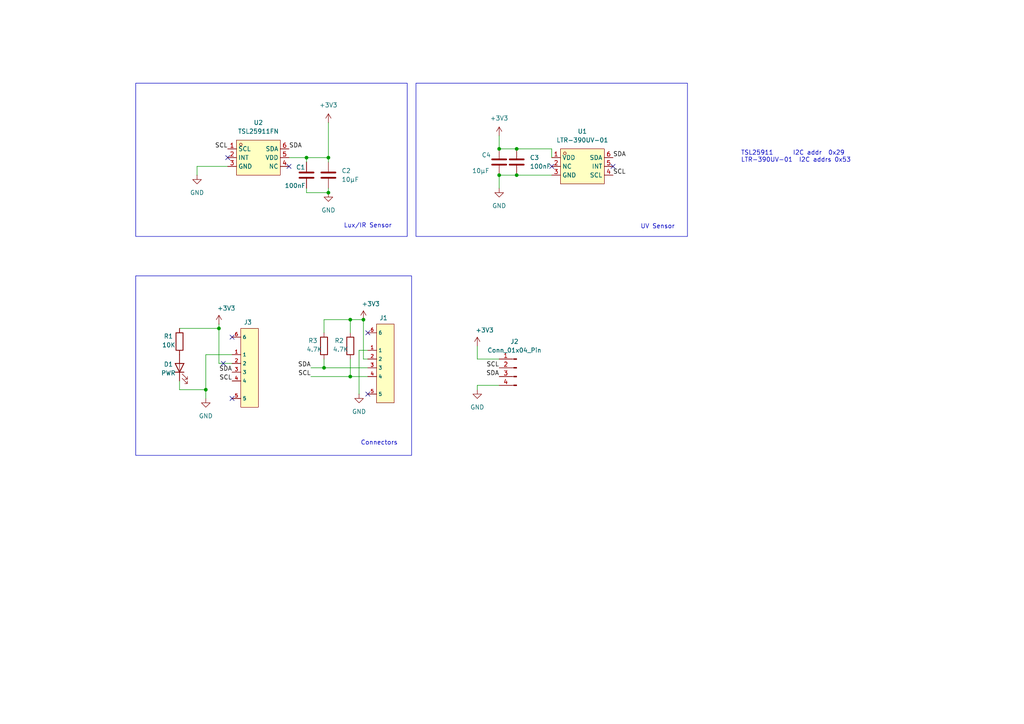
<source format=kicad_sch>
(kicad_sch (version 20250114) (generator "eeschema") (generator_version "9.0")
  (paper "A4")
  (title_block (title "LIght - LTR-390UV") (date "2025-04-14") (rev "0.1.0") (company "PDX Hackerspace") (comment 1 "John Romkey"))
  (lib_symbols
    (symbol "Connector:Conn_01x04_Pin" (pin_names (offset 1.016) (hide yes))
      (property "Reference" "J" (at 0 5.08 0))
      (property "Value" "Conn_01x04_Pin" (at 0 -7.62 0))
      (symbol "Conn_01x04_Pin_1_1"
        (rectangle (start 0.8636 2.667) (end 0 2.413) (stroke (width 0.1524)) (fill (type outline)))
        (rectangle (start 0.8636 0.127) (end 0 -0.127) (stroke (width 0.1524)) (fill (type outline)))
        (rectangle (start 0.8636 -2.413) (end 0 -2.667) (stroke (width 0.1524)) (fill (type outline)))
        (rectangle (start 0.8636 -4.953) (end 0 -5.207) (stroke (width 0.1524)) (fill (type outline)))
        (polyline (pts (xy 1.27 2.54) (xy 0.8636 2.54)) (stroke (width 0.1524)))
        (polyline (pts (xy 1.27 0) (xy 0.8636 0)) (stroke (width 0.1524)))
        (polyline (pts (xy 1.27 -2.54) (xy 0.8636 -2.54)) (stroke (width 0.1524)))
        (polyline (pts (xy 1.27 -5.08) (xy 0.8636 -5.08)) (stroke (width 0.1524)))
        (pin passive line (at 5.08 2.54 180) (length 3.81) (name "Pin_1") (number "1"))
        (pin passive line (at 5.08 0 180) (length 3.81) (name "Pin_2") (number "2"))
        (pin passive line (at 5.08 -2.54 180) (length 3.81) (name "Pin_3") (number "3"))
        (pin passive line (at 5.08 -5.08 180) (length 3.81) (name "Pin_4") (number "4"))
      )
    )
    (symbol "Device:C" (pin_numbers (hide yes)) (pin_names (offset 0.254))
      (property "Reference" "C" (at 0.635 2.54 0))
      (property "Value" "C" (at 0.635 -2.54 0))
      (symbol "C_0_1"
        (polyline (pts (xy -2.032 0.762) (xy 2.032 0.762)) (stroke (width 0.508)))
        (polyline (pts (xy -2.032 -0.762) (xy 2.032 -0.762)) (stroke (width 0.508)))
      )
      (symbol "C_1_1"
        (pin passive line (at 0 3.81 270) (length 2.794) (name "~") (number "1"))
        (pin passive line (at 0 -3.81 90) (length 2.794) (name "~") (number "2"))
      )
    )
    (symbol "Device:LED" (pin_numbers (hide yes)) (pin_names (offset 1.016) (hide yes))
      (property "Reference" "D" (at 0 2.54 0))
      (property "Value" "LED" (at 0 -2.54 0))
      (symbol "LED_0_1"
        (polyline (pts (xy -3.048 -0.762) (xy -4.572 -2.286) (xy -3.81 -2.286) (xy -4.572 -2.286) (xy -4.572 -1.524)))
        (polyline (pts (xy -1.778 -0.762) (xy -3.302 -2.286) (xy -2.54 -2.286) (xy -3.302 -2.286) (xy -3.302 -1.524)))
        (polyline (pts (xy -1.27 0) (xy 1.27 0)))
        (polyline (pts (xy -1.27 -1.27) (xy -1.27 1.27)) (stroke (width 0.254)))
        (polyline (pts (xy 1.27 -1.27) (xy 1.27 1.27) (xy -1.27 0) (xy 1.27 -1.27)) (stroke (width 0.254)))
      )
      (symbol "LED_1_1"
        (pin passive line (at -3.81 0 0) (length 2.54) (name "K") (number "1"))
        (pin passive line (at 3.81 0 180) (length 2.54) (name "A") (number "2"))
      )
    )
    (symbol "Device:R" (pin_numbers (hide yes)) (pin_names (offset 0))
      (property "Reference" "R" (at 2.032 0 90))
      (property "Value" "R" (at 0 0 90))
      (symbol "R_0_1"
        (rectangle (start -1.016 -2.54) (end 1.016 2.54) (stroke (width 0.254)))
      )
      (symbol "R_1_1"
        (pin passive line (at 0 3.81 270) (length 1.27) (name "~") (number "1"))
        (pin passive line (at 0 -3.81 90) (length 1.27) (name "~") (number "2"))
      )
    )
    (symbol "EasyEDA:LTR-390UV-01"
      (property "Reference" "U" (at 0 7.62 0))
      (property "Value" "LTR-390UV-01" (at 0 -7.62 0))
      (symbol "LTR-390UV-01_0_1"
        (rectangle (start -6.35 5.08) (end 6.35 -5.08) (fill (type background)))
        (circle (center -5.08 3.81) (radius 0.38))
        (pin unspecified line (at -8.89 2.54 0) (length 2.54) (name "VDD") (number "1"))
        (pin unspecified line (at -8.89 0 0) (length 2.54) (name "NC") (number "2"))
        (pin unspecified line (at -8.89 -2.54 0) (length 2.54) (name "GND") (number "3"))
        (pin unspecified line (at 8.89 2.54 180) (length 2.54) (name "SDA") (number "6"))
        (pin unspecified line (at 8.89 0 180) (length 2.54) (name "INT") (number "5"))
        (pin unspecified line (at 8.89 -2.54 180) (length 2.54) (name "SCL") (number "4"))
      )
    )
    (symbol "EasyEDA:TSL25911FN"
      (property "Reference" "U" (at 0 7.62 0))
      (property "Value" "TSL25911FN" (at 0 -7.62 0))
      (symbol "TSL25911FN_0_1"
        (rectangle (start -6.35 5.08) (end 6.35 -5.08) (fill (type background)))
        (circle (center -5.08 3.81) (radius 0.38))
        (pin unspecified line (at -8.89 2.54 0) (length 2.54) (name "SCL") (number "1"))
        (pin unspecified line (at -8.89 0 0) (length 2.54) (name "INT") (number "2"))
        (pin unspecified line (at -8.89 -2.54 0) (length 2.54) (name "GND") (number "3"))
        (pin unspecified line (at 8.89 2.54 180) (length 2.54) (name "SDA") (number "6"))
        (pin unspecified line (at 8.89 0 180) (length 2.54) (name "VDD") (number "5"))
        (pin unspecified line (at 8.89 -2.54 180) (length 2.54) (name "NC") (number "4"))
      )
    )
    (symbol "easyeda2kicad.kicad_sym:SM04B-SRSS-TB_(LF)(SN)"
      (property "Reference" "U" (at 0 1.27 0))
      (property "Value" "SM04B-SRSS-TB_(LF)(SN)" (at 0 -2.54 0))
      (symbol "SM04B-SRSS-TB_(LF)(SN)_0_1"
        (rectangle (start -11.43 1.27) (end 11.43 -3.81) (fill (type background)))
        (pin unspecified line (at -8.89 3.81 270) (length 2.54) (name "6") (number "6"))
        (pin unspecified line (at -3.81 3.81 270) (length 2.54) (name "1") (number "1"))
        (pin unspecified line (at -1.27 3.81 270) (length 2.54) (name "2") (number "2"))
        (pin unspecified line (at 1.27 3.81 270) (length 2.54) (name "3") (number "3"))
        (pin unspecified line (at 3.81 3.81 270) (length 2.54) (name "4") (number "4"))
        (pin unspecified line (at 8.89 3.81 270) (length 2.54) (name "5") (number "5"))
      )
    )
    (symbol "power:+3.3V" (power) (pin_numbers (hide yes)) (pin_names (offset 0) (hide yes))
      (property "Value" "+3.3V" (at 0 3.556 0))
      (symbol "+3.3V_0_1"
        (polyline (pts (xy -0.762 1.27) (xy 0 2.54)))
        (polyline (pts (xy 0 2.54) (xy 0.762 1.27)))
        (polyline (pts (xy 0 0) (xy 0 2.54)))
      )
      (symbol "+3.3V_1_1"
        (pin power_in line (at 0 0 90) (length 0) (name "~") (number "1"))
      )
    )
    (symbol "power:+3V3" (power) (pin_numbers (hide yes)) (pin_names (offset 0) (hide yes))
      (property "Value" "+3V3" (at 0 3.556 0))
      (symbol "+3V3_0_1"
        (polyline (pts (xy -0.762 1.27) (xy 0 2.54)))
        (polyline (pts (xy 0 2.54) (xy 0.762 1.27)))
        (polyline (pts (xy 0 0) (xy 0 2.54)))
      )
      (symbol "+3V3_1_1"
        (pin power_in line (at 0 0 90) (length 0) (name "~") (number "1"))
      )
    )
    (symbol "power:GND" (power) (pin_numbers (hide yes)) (pin_names (offset 0) (hide yes))
      (property "Value" "GND" (at 0 -3.81 0))
      (symbol "GND_0_1"
        (polyline (pts (xy 0 0) (xy 0 -1.27) (xy 1.27 -1.27) (xy 0 -2.54) (xy -1.27 -1.27) (xy 0 -1.27)))
      )
      (symbol "GND_1_1"
        (pin power_in line (at 0 0 270) (length 0) (name "~") (number "1"))
      )
    )
  )
  (rectangle (start 39.37 80.01) (end 119.38 132.08))
  (rectangle (start 120.65 24.13) (end 199.39 68.58))
  (rectangle (start 39.37 24.13) (end 118.11 68.58))
  (text "TSL25911      I2C addr  0x29\nLTR-390UV-01  I2C addrs 0x53" (at 214.884 45.466 0) (effects (font (size 1.27 1.27)) (justify left)))
  (text "Connectors" (at 109.982 128.524 0) (effects (font (size 1.27 1.27))))
  (text "UV Sensor" (at 190.754 65.786 0) (effects (font (size 1.27 1.27))))
  (text "Lux/IR Sensor" (at 106.68 65.532 0) (effects (font (size 1.27 1.27))))
  (junction (at 149.86 50.8))
  (junction (at 149.86 43.18))
  (junction (at 101.6 92.71))
  (junction (at 144.78 50.8))
  (junction (at 59.69 113.03))
  (junction (at 93.98 106.68))
  (junction (at 105.41 92.71))
  (junction (at 101.6 109.22))
  (junction (at 88.9 45.72))
  (junction (at 95.25 45.72))
  (junction (at 144.78 43.18))
  (junction (at 63.5 95.25))
  (junction (at 95.25 55.88))
  (no_connect (at 64.77 105.41))
  (no_connect (at 83.82 48.26))
  (no_connect (at 106.68 114.3))
  (no_connect (at 177.8 48.26))
  (no_connect (at 106.68 96.52))
  (no_connect (at 67.31 115.57))
  (no_connect (at 66.04 45.72))
  (no_connect (at 67.31 97.79))
  (no_connect (at 160.02 48.26))
  (wire (pts (xy 83.82 45.72) (xy 88.9 45.72)))
  (wire (pts (xy 101.6 92.71) (xy 105.41 92.71)))
  (wire (pts (xy 93.98 92.71) (xy 101.6 92.71)))
  (wire (pts (xy 90.17 109.22) (xy 101.6 109.22)))
  (wire (pts (xy 144.78 39.37) (xy 144.78 43.18)))
  (wire (pts (xy 67.31 102.87) (xy 59.69 102.87)))
  (wire (pts (xy 88.9 54.61) (xy 88.9 55.88)))
  (wire (pts (xy 101.6 109.22) (xy 106.68 109.22)))
  (wire (pts (xy 59.69 113.03) (xy 52.07 113.03)))
  (wire (pts (xy 95.25 35.56) (xy 95.25 45.72)))
  (wire (pts (xy 52.07 113.03) (xy 52.07 110.49)))
  (wire (pts (xy 138.43 100.33) (xy 138.43 104.14)))
  (wire (pts (xy 144.78 50.8) (xy 149.86 50.8)))
  (wire (pts (xy 101.6 104.14) (xy 101.6 109.22)))
  (wire (pts (xy 104.14 101.6) (xy 104.14 114.3)))
  (wire (pts (xy 93.98 96.52) (xy 93.98 92.71)))
  (wire (pts (xy 149.86 43.18) (xy 160.02 43.18)))
  (wire (pts (xy 88.9 55.88) (xy 95.25 55.88)))
  (wire (pts (xy 144.78 111.76) (xy 138.43 111.76)))
  (wire (pts (xy 95.25 45.72) (xy 95.25 46.99)))
  (wire (pts (xy 105.41 92.71) (xy 105.41 104.14)))
  (wire (pts (xy 63.5 93.98) (xy 63.5 95.25)))
  (wire (pts (xy 106.68 101.6) (xy 104.14 101.6)))
  (wire (pts (xy 88.9 45.72) (xy 88.9 46.99)))
  (wire (pts (xy 93.98 106.68) (xy 106.68 106.68)))
  (wire (pts (xy 66.04 48.26) (xy 57.15 48.26)))
  (wire (pts (xy 160.02 43.18) (xy 160.02 45.72)))
  (wire (pts (xy 88.9 45.72) (xy 95.25 45.72)))
  (wire (pts (xy 90.17 106.68) (xy 93.98 106.68)))
  (wire (pts (xy 59.69 102.87) (xy 59.69 113.03)))
  (wire (pts (xy 52.07 95.25) (xy 63.5 95.25)))
  (wire (pts (xy 138.43 111.76) (xy 138.43 113.03)))
  (wire (pts (xy 63.5 95.25) (xy 63.5 105.41)))
  (wire (pts (xy 59.69 113.03) (xy 59.69 115.57)))
  (wire (pts (xy 138.43 104.14) (xy 144.78 104.14)))
  (wire (pts (xy 95.25 54.61) (xy 95.25 55.88)))
  (wire (pts (xy 144.78 43.18) (xy 149.86 43.18)))
  (wire (pts (xy 106.68 104.14) (xy 105.41 104.14)))
  (wire (pts (xy 149.86 50.8) (xy 160.02 50.8)))
  (wire (pts (xy 67.31 105.41) (xy 63.5 105.41)))
  (wire (pts (xy 144.78 50.8) (xy 144.78 54.61)))
  (wire (pts (xy 93.98 104.14) (xy 93.98 106.68)))
  (wire (pts (xy 57.15 48.26) (xy 57.15 50.8)))
  (wire (pts (xy 101.6 92.71) (xy 101.6 96.52)))
  (label "SCL" (at 67.31 110.49 180))
  (label "SDA" (at 144.78 109.22 180))
  (label "SDA" (at 83.82 43.18 0))
  (label "SCL" (at 144.78 106.68 180))
  (label "SDA" (at 90.17 106.68 180))
  (label "SCL" (at 66.04 43.18 180))
  (label "SDA" (at 177.8 45.72 0))
  (label "SCL" (at 177.8 50.8 0))
  (label "SDA" (at 67.31 107.95 180))
  (label "SCL" (at 90.17 109.22 180))
  (symbol (lib_id "power:+3V3") (at 63.5 93.98 0) (unit 1)
    (property "Reference" "#PWR09" (effects (hide yes)))
    (property "Value" "+3V3" (at 62.992 89.408 0) (effects (justify left)))
    (property "Description" "Power symbol creates a global label with name \"+3V3\"" (effects (hide yes)))
  )
  (symbol (lib_id "power:GND") (at 138.43 113.03 0) (unit 1)
    (property "Reference" "#PWR033" (effects (hide yes)))
    (property "Value" "GND" (at 138.43 118.11 0))
    (property "Description" "Power symbol creates a global label with name \"GND\" , ground" (effects (hide yes)))
  )
  (symbol (lib_id "Device:R") (at 52.07 99.06 0) (unit 1)
    (property "Reference" "R1" (at 47.498 97.536 0) (effects (justify left)))
    (property "Value" "10K" (at 46.99 100.076 0) (effects (justify left)))
    (property "Footprint" "Resistor_SMD:R_0805_2012Metric_Pad1.20x1.40mm_HandSolder" (effects (hide yes)))
    (property "Description" "Resistor" (effects (hide yes)))
    (property "LCSC" "C17414" (effects (hide yes)))
  )
  (symbol (lib_id "Device:R") (at 93.98 100.33 0) (unit 1)
    (property "Reference" "R3" (at 89.408 98.806 0) (effects (justify left)))
    (property "Value" "4.7K" (at 88.9 101.346 0) (effects (justify left)))
    (property "Footprint" "Resistor_SMD:R_0805_2012Metric_Pad1.20x1.40mm_HandSolder" (effects (hide yes)))
    (property "Description" "Resistor" (effects (hide yes)))
    (property "LCSC" "C17673" (effects (hide yes)))
  )
  (symbol (lib_id "power:GND") (at 104.14 114.3 0) (unit 1)
    (property "Reference" "#PWR029" (effects (hide yes)))
    (property "Value" "GND" (at 104.14 119.38 0))
    (property "Description" "Power symbol creates a global label with name \"GND\" , ground" (effects (hide yes)))
  )
  (symbol (lib_id "Device:LED") (at 52.07 106.68 90) (unit 1)
    (property "Reference" "D1" (at 47.498 105.664 90) (effects (justify right)))
    (property "Value" "PWR" (at 46.736 108.204 90) (effects (justify right)))
    (property "Footprint" "LED_SMD:LED_0805_2012Metric" (effects (hide yes)))
    (property "Description" "Light emitting diode" (effects (hide yes)))
    (property "LCSC" "C84256" (effects (hide yes)))
  )
  (symbol (lib_id "power:GND") (at 144.78 54.61 0) (unit 1)
    (property "Reference" "#PWR011" (effects (hide yes)))
    (property "Value" "GND" (at 144.78 59.69 0))
    (property "Description" "Power symbol creates a global label with name \"GND\" , ground" (effects (hide yes)))
  )
  (symbol (lib_id "power:GND") (at 59.69 115.57 0) (unit 1)
    (property "Reference" "#PWR08" (effects (hide yes)))
    (property "Value" "GND" (at 59.69 120.65 0))
    (property "Description" "Power symbol creates a global label with name \"GND\" , ground" (effects (hide yes)))
  )
  (symbol (lib_id "easyeda2kicad.kicad_sym:SM04B-SRSS-TB_(LF)(SN)") (at 110.49 105.41 90) (mirror x) (unit 1)
    (property "Reference" "J1" (at 111.252 92.202 90))
    (property "Value" "SM04B-SRSS-TB_(LF)(SN)" (effects (hide yes)))
    (property "Footprint" "footprint:CONN-SMD_4P-P1.00_SM04B-SRSS-TB-LF-SN" (effects (hide yes)))
    (property "Datasheet" "https://lcsc.com/product-detail/Wire-To-Board-Wire-To-Wire-Connector_JST-Sales-America_SM04B-SRSS-TB-LF-SN_JST-Sales-America-SM04B-SRSS-TB-LF-SN_C160404.html" (effects (hide yes)))
    (property "LCSC" "C160404" (effects (hide yes)))
  )
  (symbol (lib_id "Device:C") (at 144.78 46.99 0) (unit 1)
    (property "Reference" "C4" (at 139.7 44.958 0) (effects (justify left)))
    (property "Value" "10µF" (at 136.906 49.53 0) (effects (justify left)))
    (property "Footprint" "Capacitor_SMD:C_0805_2012Metric_Pad1.18x1.45mm_HandSolder" (effects (hide yes)))
    (property "Description" "Unpolarized capacitor" (effects (hide yes)))
    (property "MPN" "C1713" (effects (hide yes)))
  )
  (symbol (lib_id "Device:R") (at 101.6 100.33 0) (unit 1)
    (property "Reference" "R2" (at 97.028 98.806 0) (effects (justify left)))
    (property "Value" "4.7K" (at 96.52 101.346 0) (effects (justify left)))
    (property "Footprint" "Resistor_SMD:R_0805_2012Metric_Pad1.20x1.40mm_HandSolder" (effects (hide yes)))
    (property "Description" "Resistor" (effects (hide yes)))
    (property "LCSC" "C17673" (effects (hide yes)))
  )
  (symbol (lib_id "power:+3.3V") (at 95.25 35.56 0) (unit 1)
    (property "Reference" "#PWR06" (effects (hide yes)))
    (property "Value" "+3V3" (at 95.25 30.48 0))
    (property "Description" "Power symbol creates a global label with name \"+3.3V\"" (effects (hide yes)))
  )
  (symbol (lib_id "EasyEDA:LTR-390UV-01") (at 168.91 48.26 0) (unit 1)
    (property "Reference" "U1" (at 168.91 38.1 0))
    (property "Value" "LTR-390UV-01" (at 168.91 40.64 0))
    (property "Footprint" "EasyEDA:SENSOR-SMD_LTR-390UV-01" (effects (hide yes)))
    (property "Datasheet" "https://lcsc.com/product-detail/Ambient-Light-Sensors_Lite-On-LTR-390UV-01_C492374.html" (effects (hide yes)))
    (property "LCSC Part" "C492374" (effects (hide yes)))
  )
  (symbol (lib_id "Device:C") (at 88.9 50.8 0) (unit 1)
    (property "Reference" "C1" (at 85.852 48.514 0) (effects (justify left)))
    (property "Value" "100nF" (at 82.55 53.848 0) (effects (justify left)))
    (property "Footprint" "Capacitor_SMD:C_0805_2012Metric_Pad1.18x1.45mm_HandSolder" (effects (hide yes)))
    (property "Description" "Unpolarized capacitor" (effects (hide yes)))
    (property "MPN" "C1711" (effects (hide yes)))
  )
  (symbol (lib_id "power:+3V3") (at 105.41 92.71 0) (unit 1)
    (property "Reference" "#PWR030" (effects (hide yes)))
    (property "Value" "+3V3" (at 104.902 88.138 0) (effects (justify left)))
    (property "Description" "Power symbol creates a global label with name \"+3V3\"" (effects (hide yes)))
  )
  (symbol (lib_id "power:GND") (at 95.25 55.88 0) (unit 1)
    (property "Reference" "#PWR07" (effects (hide yes)))
    (property "Value" "GND" (at 95.25 60.96 0))
    (property "Description" "Power symbol creates a global label with name \"GND\" , ground" (effects (hide yes)))
  )
  (symbol (lib_id "Device:C") (at 149.86 46.99 0) (unit 1)
    (property "Reference" "C3" (at 153.67 45.7199 0) (effects (justify left)))
    (property "Value" "100nF" (at 153.67 48.2599 0) (effects (justify left)))
    (property "Footprint" "Capacitor_SMD:C_0805_2012Metric_Pad1.18x1.45mm_HandSolder" (effects (hide yes)))
    (property "Description" "Unpolarized capacitor" (effects (hide yes)))
    (property "MPN" "C1711" (effects (hide yes)))
  )
  (symbol (lib_id "power:GND") (at 57.15 50.8 0) (unit 1)
    (property "Reference" "#PWR02" (effects (hide yes)))
    (property "Value" "GND" (at 57.15 55.88 0))
    (property "Description" "Power symbol creates a global label with name \"GND\" , ground" (effects (hide yes)))
  )
  (symbol (lib_id "power:+3V3") (at 138.43 100.33 0) (unit 1)
    (property "Reference" "#PWR032" (effects (hide yes)))
    (property "Value" "+3V3" (at 137.922 95.758 0) (effects (justify left)))
    (property "Description" "Power symbol creates a global label with name \"+3V3\"" (effects (hide yes)))
  )
  (symbol (lib_id "EasyEDA:TSL25911FN") (at 74.93 45.72 0) (unit 1)
    (property "Reference" "U2" (at 74.93 35.56 0))
    (property "Value" "TSL25911FN" (at 74.93 38.1 0))
    (property "Footprint" "EasyEDA:DFN-6_L2.4-W2.0-P0.65-BL" (effects (hide yes)))
    (property "LCSC Part" "C176812" (effects (hide yes)))
  )
  (symbol (lib_id "easyeda2kicad.kicad_sym:SM04B-SRSS-TB_(LF)(SN)") (at 71.12 106.68 90) (mirror x) (unit 1)
    (property "Reference" "J3" (at 71.882 93.472 90))
    (property "Value" "SM04B-SRSS-TB_(LF)(SN)" (effects (hide yes)))
    (property "Footprint" "footprint:CONN-SMD_4P-P1.00_SM04B-SRSS-TB-LF-SN" (effects (hide yes)))
    (property "Datasheet" "https://lcsc.com/product-detail/Wire-To-Board-Wire-To-Wire-Connector_JST-Sales-America_SM04B-SRSS-TB-LF-SN_JST-Sales-America-SM04B-SRSS-TB-LF-SN_C160404.html" (effects (hide yes)))
    (property "LCSC" "C160404" (effects (hide yes)))
  )
  (symbol (lib_id "Connector:Conn_01x04_Pin") (at 149.86 106.68 0) (mirror y) (unit 1)
    (property "Reference" "J2" (at 149.225 99.06 0))
    (property "Value" "Conn_01x04_Pin" (at 149.225 101.6 0))
    (property "Footprint" "Connector_PinHeader_2.54mm:PinHeader_1x04_P2.54mm_Vertical" (effects (hide yes)))
    (property "Description" "Generic connector, single row, 01x04, script generated" (effects (hide yes)))
  )
  (symbol (lib_id "Device:C") (at 95.25 50.8 0) (unit 1)
    (property "Reference" "C2" (at 99.06 49.5299 0) (effects (justify left)))
    (property "Value" "10µF" (at 99.06 52.0699 0) (effects (justify left)))
    (property "Footprint" "Capacitor_SMD:C_0805_2012Metric_Pad1.18x1.45mm_HandSolder" (effects (hide yes)))
    (property "Description" "Unpolarized capacitor" (effects (hide yes)))
    (property "MPN" "C1713" (effects (hide yes)))
  )
  (symbol (lib_id "power:+3.3V") (at 144.78 39.37 0) (unit 1)
    (property "Reference" "#PWR010" (effects (hide yes)))
    (property "Value" "+3V3" (at 144.78 34.29 0))
    (property "Description" "Power symbol creates a global label with name \"+3.3V\"" (effects (hide yes)))
  )
)
</source>
